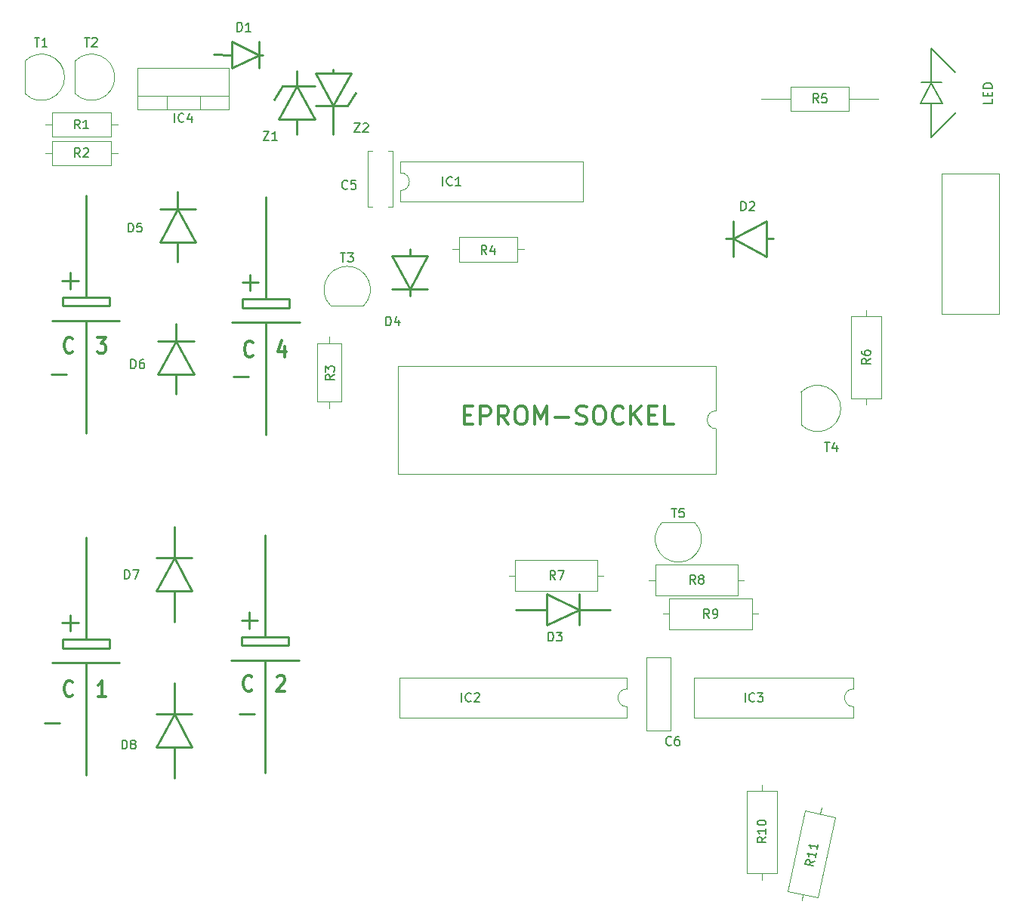
<source format=gbr>
%TF.GenerationSoftware,KiCad,Pcbnew,7.0.7*%
%TF.CreationDate,2024-05-12T11:23:56+02:00*%
%TF.ProjectId,Projekt,50726f6a-656b-4742-9e6b-696361645f70,rev?*%
%TF.SameCoordinates,Original*%
%TF.FileFunction,Legend,Top*%
%TF.FilePolarity,Positive*%
%FSLAX46Y46*%
G04 Gerber Fmt 4.6, Leading zero omitted, Abs format (unit mm)*
G04 Created by KiCad (PCBNEW 7.0.7) date 2024-05-12 11:23:56*
%MOMM*%
%LPD*%
G01*
G04 APERTURE LIST*
%ADD10C,0.250000*%
%ADD11C,0.150000*%
%ADD12C,0.300000*%
%ADD13C,0.120000*%
%ADD14C,0.200000*%
G04 APERTURE END LIST*
D10*
X25900000Y-40900000D02*
X27600000Y-40900000D01*
X5500000Y-40600000D02*
X7200000Y-40600000D01*
X26600000Y-78700000D02*
X28300000Y-78700000D01*
X4800000Y-79700000D02*
X6500000Y-79700000D01*
D11*
X61261905Y-70554819D02*
X61261905Y-69554819D01*
X61261905Y-69554819D02*
X61500000Y-69554819D01*
X61500000Y-69554819D02*
X61642857Y-69602438D01*
X61642857Y-69602438D02*
X61738095Y-69697676D01*
X61738095Y-69697676D02*
X61785714Y-69792914D01*
X61785714Y-69792914D02*
X61833333Y-69983390D01*
X61833333Y-69983390D02*
X61833333Y-70126247D01*
X61833333Y-70126247D02*
X61785714Y-70316723D01*
X61785714Y-70316723D02*
X61738095Y-70411961D01*
X61738095Y-70411961D02*
X61642857Y-70507200D01*
X61642857Y-70507200D02*
X61500000Y-70554819D01*
X61500000Y-70554819D02*
X61261905Y-70554819D01*
X62166667Y-69554819D02*
X62785714Y-69554819D01*
X62785714Y-69554819D02*
X62452381Y-69935771D01*
X62452381Y-69935771D02*
X62595238Y-69935771D01*
X62595238Y-69935771D02*
X62690476Y-69983390D01*
X62690476Y-69983390D02*
X62738095Y-70031009D01*
X62738095Y-70031009D02*
X62785714Y-70126247D01*
X62785714Y-70126247D02*
X62785714Y-70364342D01*
X62785714Y-70364342D02*
X62738095Y-70459580D01*
X62738095Y-70459580D02*
X62690476Y-70507200D01*
X62690476Y-70507200D02*
X62595238Y-70554819D01*
X62595238Y-70554819D02*
X62309524Y-70554819D01*
X62309524Y-70554819D02*
X62214286Y-70507200D01*
X62214286Y-70507200D02*
X62166667Y-70459580D01*
X26361905Y-2154819D02*
X26361905Y-1154819D01*
X26361905Y-1154819D02*
X26600000Y-1154819D01*
X26600000Y-1154819D02*
X26742857Y-1202438D01*
X26742857Y-1202438D02*
X26838095Y-1297676D01*
X26838095Y-1297676D02*
X26885714Y-1392914D01*
X26885714Y-1392914D02*
X26933333Y-1583390D01*
X26933333Y-1583390D02*
X26933333Y-1726247D01*
X26933333Y-1726247D02*
X26885714Y-1916723D01*
X26885714Y-1916723D02*
X26838095Y-2011961D01*
X26838095Y-2011961D02*
X26742857Y-2107200D01*
X26742857Y-2107200D02*
X26600000Y-2154819D01*
X26600000Y-2154819D02*
X26361905Y-2154819D01*
X27885714Y-2154819D02*
X27314286Y-2154819D01*
X27600000Y-2154819D02*
X27600000Y-1154819D01*
X27600000Y-1154819D02*
X27504762Y-1297676D01*
X27504762Y-1297676D02*
X27409524Y-1392914D01*
X27409524Y-1392914D02*
X27314286Y-1440533D01*
X39490476Y-12454819D02*
X40157142Y-12454819D01*
X40157142Y-12454819D02*
X39490476Y-13454819D01*
X39490476Y-13454819D02*
X40157142Y-13454819D01*
X40490476Y-12550057D02*
X40538095Y-12502438D01*
X40538095Y-12502438D02*
X40633333Y-12454819D01*
X40633333Y-12454819D02*
X40871428Y-12454819D01*
X40871428Y-12454819D02*
X40966666Y-12502438D01*
X40966666Y-12502438D02*
X41014285Y-12550057D01*
X41014285Y-12550057D02*
X41061904Y-12645295D01*
X41061904Y-12645295D02*
X41061904Y-12740533D01*
X41061904Y-12740533D02*
X41014285Y-12883390D01*
X41014285Y-12883390D02*
X40442857Y-13454819D01*
X40442857Y-13454819D02*
X41061904Y-13454819D01*
X29290476Y-13354819D02*
X29957142Y-13354819D01*
X29957142Y-13354819D02*
X29290476Y-14354819D01*
X29290476Y-14354819D02*
X29957142Y-14354819D01*
X30861904Y-14354819D02*
X30290476Y-14354819D01*
X30576190Y-14354819D02*
X30576190Y-13354819D01*
X30576190Y-13354819D02*
X30480952Y-13497676D01*
X30480952Y-13497676D02*
X30385714Y-13592914D01*
X30385714Y-13592914D02*
X30290476Y-13640533D01*
X14461905Y-39954819D02*
X14461905Y-38954819D01*
X14461905Y-38954819D02*
X14700000Y-38954819D01*
X14700000Y-38954819D02*
X14842857Y-39002438D01*
X14842857Y-39002438D02*
X14938095Y-39097676D01*
X14938095Y-39097676D02*
X14985714Y-39192914D01*
X14985714Y-39192914D02*
X15033333Y-39383390D01*
X15033333Y-39383390D02*
X15033333Y-39526247D01*
X15033333Y-39526247D02*
X14985714Y-39716723D01*
X14985714Y-39716723D02*
X14938095Y-39811961D01*
X14938095Y-39811961D02*
X14842857Y-39907200D01*
X14842857Y-39907200D02*
X14700000Y-39954819D01*
X14700000Y-39954819D02*
X14461905Y-39954819D01*
X15890476Y-38954819D02*
X15700000Y-38954819D01*
X15700000Y-38954819D02*
X15604762Y-39002438D01*
X15604762Y-39002438D02*
X15557143Y-39050057D01*
X15557143Y-39050057D02*
X15461905Y-39192914D01*
X15461905Y-39192914D02*
X15414286Y-39383390D01*
X15414286Y-39383390D02*
X15414286Y-39764342D01*
X15414286Y-39764342D02*
X15461905Y-39859580D01*
X15461905Y-39859580D02*
X15509524Y-39907200D01*
X15509524Y-39907200D02*
X15604762Y-39954819D01*
X15604762Y-39954819D02*
X15795238Y-39954819D01*
X15795238Y-39954819D02*
X15890476Y-39907200D01*
X15890476Y-39907200D02*
X15938095Y-39859580D01*
X15938095Y-39859580D02*
X15985714Y-39764342D01*
X15985714Y-39764342D02*
X15985714Y-39526247D01*
X15985714Y-39526247D02*
X15938095Y-39431009D01*
X15938095Y-39431009D02*
X15890476Y-39383390D01*
X15890476Y-39383390D02*
X15795238Y-39335771D01*
X15795238Y-39335771D02*
X15604762Y-39335771D01*
X15604762Y-39335771D02*
X15509524Y-39383390D01*
X15509524Y-39383390D02*
X15461905Y-39431009D01*
X15461905Y-39431009D02*
X15414286Y-39526247D01*
X14161905Y-24654819D02*
X14161905Y-23654819D01*
X14161905Y-23654819D02*
X14400000Y-23654819D01*
X14400000Y-23654819D02*
X14542857Y-23702438D01*
X14542857Y-23702438D02*
X14638095Y-23797676D01*
X14638095Y-23797676D02*
X14685714Y-23892914D01*
X14685714Y-23892914D02*
X14733333Y-24083390D01*
X14733333Y-24083390D02*
X14733333Y-24226247D01*
X14733333Y-24226247D02*
X14685714Y-24416723D01*
X14685714Y-24416723D02*
X14638095Y-24511961D01*
X14638095Y-24511961D02*
X14542857Y-24607200D01*
X14542857Y-24607200D02*
X14400000Y-24654819D01*
X14400000Y-24654819D02*
X14161905Y-24654819D01*
X15638095Y-23654819D02*
X15161905Y-23654819D01*
X15161905Y-23654819D02*
X15114286Y-24131009D01*
X15114286Y-24131009D02*
X15161905Y-24083390D01*
X15161905Y-24083390D02*
X15257143Y-24035771D01*
X15257143Y-24035771D02*
X15495238Y-24035771D01*
X15495238Y-24035771D02*
X15590476Y-24083390D01*
X15590476Y-24083390D02*
X15638095Y-24131009D01*
X15638095Y-24131009D02*
X15685714Y-24226247D01*
X15685714Y-24226247D02*
X15685714Y-24464342D01*
X15685714Y-24464342D02*
X15638095Y-24559580D01*
X15638095Y-24559580D02*
X15590476Y-24607200D01*
X15590476Y-24607200D02*
X15495238Y-24654819D01*
X15495238Y-24654819D02*
X15257143Y-24654819D01*
X15257143Y-24654819D02*
X15161905Y-24607200D01*
X15161905Y-24607200D02*
X15114286Y-24559580D01*
X13761905Y-63554819D02*
X13761905Y-62554819D01*
X13761905Y-62554819D02*
X14000000Y-62554819D01*
X14000000Y-62554819D02*
X14142857Y-62602438D01*
X14142857Y-62602438D02*
X14238095Y-62697676D01*
X14238095Y-62697676D02*
X14285714Y-62792914D01*
X14285714Y-62792914D02*
X14333333Y-62983390D01*
X14333333Y-62983390D02*
X14333333Y-63126247D01*
X14333333Y-63126247D02*
X14285714Y-63316723D01*
X14285714Y-63316723D02*
X14238095Y-63411961D01*
X14238095Y-63411961D02*
X14142857Y-63507200D01*
X14142857Y-63507200D02*
X14000000Y-63554819D01*
X14000000Y-63554819D02*
X13761905Y-63554819D01*
X14666667Y-62554819D02*
X15333333Y-62554819D01*
X15333333Y-62554819D02*
X14904762Y-63554819D01*
X43061905Y-35154819D02*
X43061905Y-34154819D01*
X43061905Y-34154819D02*
X43300000Y-34154819D01*
X43300000Y-34154819D02*
X43442857Y-34202438D01*
X43442857Y-34202438D02*
X43538095Y-34297676D01*
X43538095Y-34297676D02*
X43585714Y-34392914D01*
X43585714Y-34392914D02*
X43633333Y-34583390D01*
X43633333Y-34583390D02*
X43633333Y-34726247D01*
X43633333Y-34726247D02*
X43585714Y-34916723D01*
X43585714Y-34916723D02*
X43538095Y-35011961D01*
X43538095Y-35011961D02*
X43442857Y-35107200D01*
X43442857Y-35107200D02*
X43300000Y-35154819D01*
X43300000Y-35154819D02*
X43061905Y-35154819D01*
X44490476Y-34488152D02*
X44490476Y-35154819D01*
X44252381Y-34107200D02*
X44014286Y-34821485D01*
X44014286Y-34821485D02*
X44633333Y-34821485D01*
X82861905Y-22254819D02*
X82861905Y-21254819D01*
X82861905Y-21254819D02*
X83100000Y-21254819D01*
X83100000Y-21254819D02*
X83242857Y-21302438D01*
X83242857Y-21302438D02*
X83338095Y-21397676D01*
X83338095Y-21397676D02*
X83385714Y-21492914D01*
X83385714Y-21492914D02*
X83433333Y-21683390D01*
X83433333Y-21683390D02*
X83433333Y-21826247D01*
X83433333Y-21826247D02*
X83385714Y-22016723D01*
X83385714Y-22016723D02*
X83338095Y-22111961D01*
X83338095Y-22111961D02*
X83242857Y-22207200D01*
X83242857Y-22207200D02*
X83100000Y-22254819D01*
X83100000Y-22254819D02*
X82861905Y-22254819D01*
X83814286Y-21350057D02*
X83861905Y-21302438D01*
X83861905Y-21302438D02*
X83957143Y-21254819D01*
X83957143Y-21254819D02*
X84195238Y-21254819D01*
X84195238Y-21254819D02*
X84290476Y-21302438D01*
X84290476Y-21302438D02*
X84338095Y-21350057D01*
X84338095Y-21350057D02*
X84385714Y-21445295D01*
X84385714Y-21445295D02*
X84385714Y-21540533D01*
X84385714Y-21540533D02*
X84338095Y-21683390D01*
X84338095Y-21683390D02*
X83766667Y-22254819D01*
X83766667Y-22254819D02*
X84385714Y-22254819D01*
X13461905Y-82654819D02*
X13461905Y-81654819D01*
X13461905Y-81654819D02*
X13700000Y-81654819D01*
X13700000Y-81654819D02*
X13842857Y-81702438D01*
X13842857Y-81702438D02*
X13938095Y-81797676D01*
X13938095Y-81797676D02*
X13985714Y-81892914D01*
X13985714Y-81892914D02*
X14033333Y-82083390D01*
X14033333Y-82083390D02*
X14033333Y-82226247D01*
X14033333Y-82226247D02*
X13985714Y-82416723D01*
X13985714Y-82416723D02*
X13938095Y-82511961D01*
X13938095Y-82511961D02*
X13842857Y-82607200D01*
X13842857Y-82607200D02*
X13700000Y-82654819D01*
X13700000Y-82654819D02*
X13461905Y-82654819D01*
X14604762Y-82083390D02*
X14509524Y-82035771D01*
X14509524Y-82035771D02*
X14461905Y-81988152D01*
X14461905Y-81988152D02*
X14414286Y-81892914D01*
X14414286Y-81892914D02*
X14414286Y-81845295D01*
X14414286Y-81845295D02*
X14461905Y-81750057D01*
X14461905Y-81750057D02*
X14509524Y-81702438D01*
X14509524Y-81702438D02*
X14604762Y-81654819D01*
X14604762Y-81654819D02*
X14795238Y-81654819D01*
X14795238Y-81654819D02*
X14890476Y-81702438D01*
X14890476Y-81702438D02*
X14938095Y-81750057D01*
X14938095Y-81750057D02*
X14985714Y-81845295D01*
X14985714Y-81845295D02*
X14985714Y-81892914D01*
X14985714Y-81892914D02*
X14938095Y-81988152D01*
X14938095Y-81988152D02*
X14890476Y-82035771D01*
X14890476Y-82035771D02*
X14795238Y-82083390D01*
X14795238Y-82083390D02*
X14604762Y-82083390D01*
X14604762Y-82083390D02*
X14509524Y-82131009D01*
X14509524Y-82131009D02*
X14461905Y-82178628D01*
X14461905Y-82178628D02*
X14414286Y-82273866D01*
X14414286Y-82273866D02*
X14414286Y-82464342D01*
X14414286Y-82464342D02*
X14461905Y-82559580D01*
X14461905Y-82559580D02*
X14509524Y-82607200D01*
X14509524Y-82607200D02*
X14604762Y-82654819D01*
X14604762Y-82654819D02*
X14795238Y-82654819D01*
X14795238Y-82654819D02*
X14890476Y-82607200D01*
X14890476Y-82607200D02*
X14938095Y-82559580D01*
X14938095Y-82559580D02*
X14985714Y-82464342D01*
X14985714Y-82464342D02*
X14985714Y-82273866D01*
X14985714Y-82273866D02*
X14938095Y-82178628D01*
X14938095Y-82178628D02*
X14890476Y-82131009D01*
X14890476Y-82131009D02*
X14795238Y-82083390D01*
D12*
X7907143Y-76645685D02*
X7835715Y-76731400D01*
X7835715Y-76731400D02*
X7621429Y-76817114D01*
X7621429Y-76817114D02*
X7478572Y-76817114D01*
X7478572Y-76817114D02*
X7264286Y-76731400D01*
X7264286Y-76731400D02*
X7121429Y-76559971D01*
X7121429Y-76559971D02*
X7050000Y-76388542D01*
X7050000Y-76388542D02*
X6978572Y-76045685D01*
X6978572Y-76045685D02*
X6978572Y-75788542D01*
X6978572Y-75788542D02*
X7050000Y-75445685D01*
X7050000Y-75445685D02*
X7121429Y-75274257D01*
X7121429Y-75274257D02*
X7264286Y-75102828D01*
X7264286Y-75102828D02*
X7478572Y-75017114D01*
X7478572Y-75017114D02*
X7621429Y-75017114D01*
X7621429Y-75017114D02*
X7835715Y-75102828D01*
X7835715Y-75102828D02*
X7907143Y-75188542D01*
X11621429Y-76817114D02*
X10764286Y-76817114D01*
X11192857Y-76817114D02*
X11192857Y-75017114D01*
X11192857Y-75017114D02*
X11050000Y-75274257D01*
X11050000Y-75274257D02*
X10907143Y-75445685D01*
X10907143Y-75445685D02*
X10764286Y-75531400D01*
X28107143Y-38545685D02*
X28035715Y-38631400D01*
X28035715Y-38631400D02*
X27821429Y-38717114D01*
X27821429Y-38717114D02*
X27678572Y-38717114D01*
X27678572Y-38717114D02*
X27464286Y-38631400D01*
X27464286Y-38631400D02*
X27321429Y-38459971D01*
X27321429Y-38459971D02*
X27250000Y-38288542D01*
X27250000Y-38288542D02*
X27178572Y-37945685D01*
X27178572Y-37945685D02*
X27178572Y-37688542D01*
X27178572Y-37688542D02*
X27250000Y-37345685D01*
X27250000Y-37345685D02*
X27321429Y-37174257D01*
X27321429Y-37174257D02*
X27464286Y-37002828D01*
X27464286Y-37002828D02*
X27678572Y-36917114D01*
X27678572Y-36917114D02*
X27821429Y-36917114D01*
X27821429Y-36917114D02*
X28035715Y-37002828D01*
X28035715Y-37002828D02*
X28107143Y-37088542D01*
X31678572Y-37517114D02*
X31678572Y-38717114D01*
X31321429Y-36831400D02*
X30964286Y-38117114D01*
X30964286Y-38117114D02*
X31892857Y-38117114D01*
X7907143Y-38085685D02*
X7835715Y-38171400D01*
X7835715Y-38171400D02*
X7621429Y-38257114D01*
X7621429Y-38257114D02*
X7478572Y-38257114D01*
X7478572Y-38257114D02*
X7264286Y-38171400D01*
X7264286Y-38171400D02*
X7121429Y-37999971D01*
X7121429Y-37999971D02*
X7050000Y-37828542D01*
X7050000Y-37828542D02*
X6978572Y-37485685D01*
X6978572Y-37485685D02*
X6978572Y-37228542D01*
X6978572Y-37228542D02*
X7050000Y-36885685D01*
X7050000Y-36885685D02*
X7121429Y-36714257D01*
X7121429Y-36714257D02*
X7264286Y-36542828D01*
X7264286Y-36542828D02*
X7478572Y-36457114D01*
X7478572Y-36457114D02*
X7621429Y-36457114D01*
X7621429Y-36457114D02*
X7835715Y-36542828D01*
X7835715Y-36542828D02*
X7907143Y-36628542D01*
X10692857Y-36457114D02*
X11621429Y-36457114D01*
X11621429Y-36457114D02*
X11121429Y-37142828D01*
X11121429Y-37142828D02*
X11335714Y-37142828D01*
X11335714Y-37142828D02*
X11478572Y-37228542D01*
X11478572Y-37228542D02*
X11550000Y-37314257D01*
X11550000Y-37314257D02*
X11621429Y-37485685D01*
X11621429Y-37485685D02*
X11621429Y-37914257D01*
X11621429Y-37914257D02*
X11550000Y-38085685D01*
X11550000Y-38085685D02*
X11478572Y-38171400D01*
X11478572Y-38171400D02*
X11335714Y-38257114D01*
X11335714Y-38257114D02*
X10907143Y-38257114D01*
X10907143Y-38257114D02*
X10764286Y-38171400D01*
X10764286Y-38171400D02*
X10692857Y-38085685D01*
X28007143Y-76045685D02*
X27935715Y-76131400D01*
X27935715Y-76131400D02*
X27721429Y-76217114D01*
X27721429Y-76217114D02*
X27578572Y-76217114D01*
X27578572Y-76217114D02*
X27364286Y-76131400D01*
X27364286Y-76131400D02*
X27221429Y-75959971D01*
X27221429Y-75959971D02*
X27150000Y-75788542D01*
X27150000Y-75788542D02*
X27078572Y-75445685D01*
X27078572Y-75445685D02*
X27078572Y-75188542D01*
X27078572Y-75188542D02*
X27150000Y-74845685D01*
X27150000Y-74845685D02*
X27221429Y-74674257D01*
X27221429Y-74674257D02*
X27364286Y-74502828D01*
X27364286Y-74502828D02*
X27578572Y-74417114D01*
X27578572Y-74417114D02*
X27721429Y-74417114D01*
X27721429Y-74417114D02*
X27935715Y-74502828D01*
X27935715Y-74502828D02*
X28007143Y-74588542D01*
X30864286Y-74588542D02*
X30935714Y-74502828D01*
X30935714Y-74502828D02*
X31078572Y-74417114D01*
X31078572Y-74417114D02*
X31435714Y-74417114D01*
X31435714Y-74417114D02*
X31578572Y-74502828D01*
X31578572Y-74502828D02*
X31650000Y-74588542D01*
X31650000Y-74588542D02*
X31721429Y-74759971D01*
X31721429Y-74759971D02*
X31721429Y-74931400D01*
X31721429Y-74931400D02*
X31650000Y-75188542D01*
X31650000Y-75188542D02*
X30792857Y-76217114D01*
X30792857Y-76217114D02*
X31721429Y-76217114D01*
D11*
X111014819Y-9737857D02*
X111014819Y-10214047D01*
X111014819Y-10214047D02*
X110014819Y-10214047D01*
X110491009Y-9404523D02*
X110491009Y-9071190D01*
X111014819Y-8928333D02*
X111014819Y-9404523D01*
X111014819Y-9404523D02*
X110014819Y-9404523D01*
X110014819Y-9404523D02*
X110014819Y-8928333D01*
X111014819Y-8499761D02*
X110014819Y-8499761D01*
X110014819Y-8499761D02*
X110014819Y-8261666D01*
X110014819Y-8261666D02*
X110062438Y-8118809D01*
X110062438Y-8118809D02*
X110157676Y-8023571D01*
X110157676Y-8023571D02*
X110252914Y-7975952D01*
X110252914Y-7975952D02*
X110443390Y-7928333D01*
X110443390Y-7928333D02*
X110586247Y-7928333D01*
X110586247Y-7928333D02*
X110776723Y-7975952D01*
X110776723Y-7975952D02*
X110871961Y-8023571D01*
X110871961Y-8023571D02*
X110967200Y-8118809D01*
X110967200Y-8118809D02*
X111014819Y-8261666D01*
X111014819Y-8261666D02*
X111014819Y-8499761D01*
X75068095Y-55654819D02*
X75639523Y-55654819D01*
X75353809Y-56654819D02*
X75353809Y-55654819D01*
X76449047Y-55654819D02*
X75972857Y-55654819D01*
X75972857Y-55654819D02*
X75925238Y-56131009D01*
X75925238Y-56131009D02*
X75972857Y-56083390D01*
X75972857Y-56083390D02*
X76068095Y-56035771D01*
X76068095Y-56035771D02*
X76306190Y-56035771D01*
X76306190Y-56035771D02*
X76401428Y-56083390D01*
X76401428Y-56083390D02*
X76449047Y-56131009D01*
X76449047Y-56131009D02*
X76496666Y-56226247D01*
X76496666Y-56226247D02*
X76496666Y-56464342D01*
X76496666Y-56464342D02*
X76449047Y-56559580D01*
X76449047Y-56559580D02*
X76401428Y-56607200D01*
X76401428Y-56607200D02*
X76306190Y-56654819D01*
X76306190Y-56654819D02*
X76068095Y-56654819D01*
X76068095Y-56654819D02*
X75972857Y-56607200D01*
X75972857Y-56607200D02*
X75925238Y-56559580D01*
X49423810Y-19454819D02*
X49423810Y-18454819D01*
X50471428Y-19359580D02*
X50423809Y-19407200D01*
X50423809Y-19407200D02*
X50280952Y-19454819D01*
X50280952Y-19454819D02*
X50185714Y-19454819D01*
X50185714Y-19454819D02*
X50042857Y-19407200D01*
X50042857Y-19407200D02*
X49947619Y-19311961D01*
X49947619Y-19311961D02*
X49900000Y-19216723D01*
X49900000Y-19216723D02*
X49852381Y-19026247D01*
X49852381Y-19026247D02*
X49852381Y-18883390D01*
X49852381Y-18883390D02*
X49900000Y-18692914D01*
X49900000Y-18692914D02*
X49947619Y-18597676D01*
X49947619Y-18597676D02*
X50042857Y-18502438D01*
X50042857Y-18502438D02*
X50185714Y-18454819D01*
X50185714Y-18454819D02*
X50280952Y-18454819D01*
X50280952Y-18454819D02*
X50423809Y-18502438D01*
X50423809Y-18502438D02*
X50471428Y-18550057D01*
X51423809Y-19454819D02*
X50852381Y-19454819D01*
X51138095Y-19454819D02*
X51138095Y-18454819D01*
X51138095Y-18454819D02*
X51042857Y-18597676D01*
X51042857Y-18597676D02*
X50947619Y-18692914D01*
X50947619Y-18692914D02*
X50852381Y-18740533D01*
X9238095Y-2854819D02*
X9809523Y-2854819D01*
X9523809Y-3854819D02*
X9523809Y-2854819D01*
X10095238Y-2950057D02*
X10142857Y-2902438D01*
X10142857Y-2902438D02*
X10238095Y-2854819D01*
X10238095Y-2854819D02*
X10476190Y-2854819D01*
X10476190Y-2854819D02*
X10571428Y-2902438D01*
X10571428Y-2902438D02*
X10619047Y-2950057D01*
X10619047Y-2950057D02*
X10666666Y-3045295D01*
X10666666Y-3045295D02*
X10666666Y-3140533D01*
X10666666Y-3140533D02*
X10619047Y-3283390D01*
X10619047Y-3283390D02*
X10047619Y-3854819D01*
X10047619Y-3854819D02*
X10666666Y-3854819D01*
X62033333Y-63654819D02*
X61700000Y-63178628D01*
X61461905Y-63654819D02*
X61461905Y-62654819D01*
X61461905Y-62654819D02*
X61842857Y-62654819D01*
X61842857Y-62654819D02*
X61938095Y-62702438D01*
X61938095Y-62702438D02*
X61985714Y-62750057D01*
X61985714Y-62750057D02*
X62033333Y-62845295D01*
X62033333Y-62845295D02*
X62033333Y-62988152D01*
X62033333Y-62988152D02*
X61985714Y-63083390D01*
X61985714Y-63083390D02*
X61938095Y-63131009D01*
X61938095Y-63131009D02*
X61842857Y-63178628D01*
X61842857Y-63178628D02*
X61461905Y-63178628D01*
X62366667Y-62654819D02*
X63033333Y-62654819D01*
X63033333Y-62654819D02*
X62604762Y-63654819D01*
X8733333Y-13054819D02*
X8400000Y-12578628D01*
X8161905Y-13054819D02*
X8161905Y-12054819D01*
X8161905Y-12054819D02*
X8542857Y-12054819D01*
X8542857Y-12054819D02*
X8638095Y-12102438D01*
X8638095Y-12102438D02*
X8685714Y-12150057D01*
X8685714Y-12150057D02*
X8733333Y-12245295D01*
X8733333Y-12245295D02*
X8733333Y-12388152D01*
X8733333Y-12388152D02*
X8685714Y-12483390D01*
X8685714Y-12483390D02*
X8638095Y-12531009D01*
X8638095Y-12531009D02*
X8542857Y-12578628D01*
X8542857Y-12578628D02*
X8161905Y-12578628D01*
X9685714Y-13054819D02*
X9114286Y-13054819D01*
X9400000Y-13054819D02*
X9400000Y-12054819D01*
X9400000Y-12054819D02*
X9304762Y-12197676D01*
X9304762Y-12197676D02*
X9209524Y-12292914D01*
X9209524Y-12292914D02*
X9114286Y-12340533D01*
X77733333Y-64154819D02*
X77400000Y-63678628D01*
X77161905Y-64154819D02*
X77161905Y-63154819D01*
X77161905Y-63154819D02*
X77542857Y-63154819D01*
X77542857Y-63154819D02*
X77638095Y-63202438D01*
X77638095Y-63202438D02*
X77685714Y-63250057D01*
X77685714Y-63250057D02*
X77733333Y-63345295D01*
X77733333Y-63345295D02*
X77733333Y-63488152D01*
X77733333Y-63488152D02*
X77685714Y-63583390D01*
X77685714Y-63583390D02*
X77638095Y-63631009D01*
X77638095Y-63631009D02*
X77542857Y-63678628D01*
X77542857Y-63678628D02*
X77161905Y-63678628D01*
X78304762Y-63583390D02*
X78209524Y-63535771D01*
X78209524Y-63535771D02*
X78161905Y-63488152D01*
X78161905Y-63488152D02*
X78114286Y-63392914D01*
X78114286Y-63392914D02*
X78114286Y-63345295D01*
X78114286Y-63345295D02*
X78161905Y-63250057D01*
X78161905Y-63250057D02*
X78209524Y-63202438D01*
X78209524Y-63202438D02*
X78304762Y-63154819D01*
X78304762Y-63154819D02*
X78495238Y-63154819D01*
X78495238Y-63154819D02*
X78590476Y-63202438D01*
X78590476Y-63202438D02*
X78638095Y-63250057D01*
X78638095Y-63250057D02*
X78685714Y-63345295D01*
X78685714Y-63345295D02*
X78685714Y-63392914D01*
X78685714Y-63392914D02*
X78638095Y-63488152D01*
X78638095Y-63488152D02*
X78590476Y-63535771D01*
X78590476Y-63535771D02*
X78495238Y-63583390D01*
X78495238Y-63583390D02*
X78304762Y-63583390D01*
X78304762Y-63583390D02*
X78209524Y-63631009D01*
X78209524Y-63631009D02*
X78161905Y-63678628D01*
X78161905Y-63678628D02*
X78114286Y-63773866D01*
X78114286Y-63773866D02*
X78114286Y-63964342D01*
X78114286Y-63964342D02*
X78161905Y-64059580D01*
X78161905Y-64059580D02*
X78209524Y-64107200D01*
X78209524Y-64107200D02*
X78304762Y-64154819D01*
X78304762Y-64154819D02*
X78495238Y-64154819D01*
X78495238Y-64154819D02*
X78590476Y-64107200D01*
X78590476Y-64107200D02*
X78638095Y-64059580D01*
X78638095Y-64059580D02*
X78685714Y-63964342D01*
X78685714Y-63964342D02*
X78685714Y-63773866D01*
X78685714Y-63773866D02*
X78638095Y-63678628D01*
X78638095Y-63678628D02*
X78590476Y-63631009D01*
X78590476Y-63631009D02*
X78495238Y-63583390D01*
X97354819Y-38866666D02*
X96878628Y-39199999D01*
X97354819Y-39438094D02*
X96354819Y-39438094D01*
X96354819Y-39438094D02*
X96354819Y-39057142D01*
X96354819Y-39057142D02*
X96402438Y-38961904D01*
X96402438Y-38961904D02*
X96450057Y-38914285D01*
X96450057Y-38914285D02*
X96545295Y-38866666D01*
X96545295Y-38866666D02*
X96688152Y-38866666D01*
X96688152Y-38866666D02*
X96783390Y-38914285D01*
X96783390Y-38914285D02*
X96831009Y-38961904D01*
X96831009Y-38961904D02*
X96878628Y-39057142D01*
X96878628Y-39057142D02*
X96878628Y-39438094D01*
X96354819Y-38009523D02*
X96354819Y-38199999D01*
X96354819Y-38199999D02*
X96402438Y-38295237D01*
X96402438Y-38295237D02*
X96450057Y-38342856D01*
X96450057Y-38342856D02*
X96592914Y-38438094D01*
X96592914Y-38438094D02*
X96783390Y-38485713D01*
X96783390Y-38485713D02*
X97164342Y-38485713D01*
X97164342Y-38485713D02*
X97259580Y-38438094D01*
X97259580Y-38438094D02*
X97307200Y-38390475D01*
X97307200Y-38390475D02*
X97354819Y-38295237D01*
X97354819Y-38295237D02*
X97354819Y-38104761D01*
X97354819Y-38104761D02*
X97307200Y-38009523D01*
X97307200Y-38009523D02*
X97259580Y-37961904D01*
X97259580Y-37961904D02*
X97164342Y-37914285D01*
X97164342Y-37914285D02*
X96926247Y-37914285D01*
X96926247Y-37914285D02*
X96831009Y-37961904D01*
X96831009Y-37961904D02*
X96783390Y-38009523D01*
X96783390Y-38009523D02*
X96735771Y-38104761D01*
X96735771Y-38104761D02*
X96735771Y-38295237D01*
X96735771Y-38295237D02*
X96783390Y-38390475D01*
X96783390Y-38390475D02*
X96831009Y-38438094D01*
X96831009Y-38438094D02*
X96926247Y-38485713D01*
X91111222Y-95223371D02*
X90576134Y-95450415D01*
X90992415Y-95782312D02*
X90014268Y-95574401D01*
X90014268Y-95574401D02*
X90093472Y-95201773D01*
X90093472Y-95201773D02*
X90159852Y-95118517D01*
X90159852Y-95118517D02*
X90216331Y-95081839D01*
X90216331Y-95081839D02*
X90319388Y-95055061D01*
X90319388Y-95055061D02*
X90459124Y-95084763D01*
X90459124Y-95084763D02*
X90542380Y-95151143D01*
X90542380Y-95151143D02*
X90579058Y-95207622D01*
X90579058Y-95207622D02*
X90605835Y-95310679D01*
X90605835Y-95310679D02*
X90526631Y-95683307D01*
X91309233Y-94291802D02*
X91190427Y-94850743D01*
X91249830Y-94571273D02*
X90271682Y-94363361D01*
X90271682Y-94363361D02*
X90391617Y-94486219D01*
X90391617Y-94486219D02*
X90464972Y-94599177D01*
X90464972Y-94599177D02*
X90491750Y-94702235D01*
X91507244Y-93360233D02*
X91388438Y-93919174D01*
X91447841Y-93639703D02*
X90469693Y-93431792D01*
X90469693Y-93431792D02*
X90589628Y-93554650D01*
X90589628Y-93554650D02*
X90662984Y-93667608D01*
X90662984Y-93667608D02*
X90689761Y-93770666D01*
D12*
X51828571Y-45162019D02*
X52495238Y-45162019D01*
X52780952Y-46209638D02*
X51828571Y-46209638D01*
X51828571Y-46209638D02*
X51828571Y-44209638D01*
X51828571Y-44209638D02*
X52780952Y-44209638D01*
X53638095Y-46209638D02*
X53638095Y-44209638D01*
X53638095Y-44209638D02*
X54400000Y-44209638D01*
X54400000Y-44209638D02*
X54590476Y-44304876D01*
X54590476Y-44304876D02*
X54685714Y-44400114D01*
X54685714Y-44400114D02*
X54780952Y-44590590D01*
X54780952Y-44590590D02*
X54780952Y-44876304D01*
X54780952Y-44876304D02*
X54685714Y-45066780D01*
X54685714Y-45066780D02*
X54590476Y-45162019D01*
X54590476Y-45162019D02*
X54400000Y-45257257D01*
X54400000Y-45257257D02*
X53638095Y-45257257D01*
X56780952Y-46209638D02*
X56114285Y-45257257D01*
X55638095Y-46209638D02*
X55638095Y-44209638D01*
X55638095Y-44209638D02*
X56400000Y-44209638D01*
X56400000Y-44209638D02*
X56590476Y-44304876D01*
X56590476Y-44304876D02*
X56685714Y-44400114D01*
X56685714Y-44400114D02*
X56780952Y-44590590D01*
X56780952Y-44590590D02*
X56780952Y-44876304D01*
X56780952Y-44876304D02*
X56685714Y-45066780D01*
X56685714Y-45066780D02*
X56590476Y-45162019D01*
X56590476Y-45162019D02*
X56400000Y-45257257D01*
X56400000Y-45257257D02*
X55638095Y-45257257D01*
X58019047Y-44209638D02*
X58400000Y-44209638D01*
X58400000Y-44209638D02*
X58590476Y-44304876D01*
X58590476Y-44304876D02*
X58780952Y-44495352D01*
X58780952Y-44495352D02*
X58876190Y-44876304D01*
X58876190Y-44876304D02*
X58876190Y-45542971D01*
X58876190Y-45542971D02*
X58780952Y-45923923D01*
X58780952Y-45923923D02*
X58590476Y-46114400D01*
X58590476Y-46114400D02*
X58400000Y-46209638D01*
X58400000Y-46209638D02*
X58019047Y-46209638D01*
X58019047Y-46209638D02*
X57828571Y-46114400D01*
X57828571Y-46114400D02*
X57638095Y-45923923D01*
X57638095Y-45923923D02*
X57542857Y-45542971D01*
X57542857Y-45542971D02*
X57542857Y-44876304D01*
X57542857Y-44876304D02*
X57638095Y-44495352D01*
X57638095Y-44495352D02*
X57828571Y-44304876D01*
X57828571Y-44304876D02*
X58019047Y-44209638D01*
X59733333Y-46209638D02*
X59733333Y-44209638D01*
X59733333Y-44209638D02*
X60400000Y-45638209D01*
X60400000Y-45638209D02*
X61066666Y-44209638D01*
X61066666Y-44209638D02*
X61066666Y-46209638D01*
X62019047Y-45447733D02*
X63542857Y-45447733D01*
X64399999Y-46114400D02*
X64685713Y-46209638D01*
X64685713Y-46209638D02*
X65161904Y-46209638D01*
X65161904Y-46209638D02*
X65352380Y-46114400D01*
X65352380Y-46114400D02*
X65447618Y-46019161D01*
X65447618Y-46019161D02*
X65542856Y-45828685D01*
X65542856Y-45828685D02*
X65542856Y-45638209D01*
X65542856Y-45638209D02*
X65447618Y-45447733D01*
X65447618Y-45447733D02*
X65352380Y-45352495D01*
X65352380Y-45352495D02*
X65161904Y-45257257D01*
X65161904Y-45257257D02*
X64780951Y-45162019D01*
X64780951Y-45162019D02*
X64590475Y-45066780D01*
X64590475Y-45066780D02*
X64495237Y-44971542D01*
X64495237Y-44971542D02*
X64399999Y-44781066D01*
X64399999Y-44781066D02*
X64399999Y-44590590D01*
X64399999Y-44590590D02*
X64495237Y-44400114D01*
X64495237Y-44400114D02*
X64590475Y-44304876D01*
X64590475Y-44304876D02*
X64780951Y-44209638D01*
X64780951Y-44209638D02*
X65257142Y-44209638D01*
X65257142Y-44209638D02*
X65542856Y-44304876D01*
X66780951Y-44209638D02*
X67161904Y-44209638D01*
X67161904Y-44209638D02*
X67352380Y-44304876D01*
X67352380Y-44304876D02*
X67542856Y-44495352D01*
X67542856Y-44495352D02*
X67638094Y-44876304D01*
X67638094Y-44876304D02*
X67638094Y-45542971D01*
X67638094Y-45542971D02*
X67542856Y-45923923D01*
X67542856Y-45923923D02*
X67352380Y-46114400D01*
X67352380Y-46114400D02*
X67161904Y-46209638D01*
X67161904Y-46209638D02*
X66780951Y-46209638D01*
X66780951Y-46209638D02*
X66590475Y-46114400D01*
X66590475Y-46114400D02*
X66399999Y-45923923D01*
X66399999Y-45923923D02*
X66304761Y-45542971D01*
X66304761Y-45542971D02*
X66304761Y-44876304D01*
X66304761Y-44876304D02*
X66399999Y-44495352D01*
X66399999Y-44495352D02*
X66590475Y-44304876D01*
X66590475Y-44304876D02*
X66780951Y-44209638D01*
X69638094Y-46019161D02*
X69542856Y-46114400D01*
X69542856Y-46114400D02*
X69257142Y-46209638D01*
X69257142Y-46209638D02*
X69066666Y-46209638D01*
X69066666Y-46209638D02*
X68780951Y-46114400D01*
X68780951Y-46114400D02*
X68590475Y-45923923D01*
X68590475Y-45923923D02*
X68495237Y-45733447D01*
X68495237Y-45733447D02*
X68399999Y-45352495D01*
X68399999Y-45352495D02*
X68399999Y-45066780D01*
X68399999Y-45066780D02*
X68495237Y-44685828D01*
X68495237Y-44685828D02*
X68590475Y-44495352D01*
X68590475Y-44495352D02*
X68780951Y-44304876D01*
X68780951Y-44304876D02*
X69066666Y-44209638D01*
X69066666Y-44209638D02*
X69257142Y-44209638D01*
X69257142Y-44209638D02*
X69542856Y-44304876D01*
X69542856Y-44304876D02*
X69638094Y-44400114D01*
X70495237Y-46209638D02*
X70495237Y-44209638D01*
X71638094Y-46209638D02*
X70780951Y-45066780D01*
X71638094Y-44209638D02*
X70495237Y-45352495D01*
X72495237Y-45162019D02*
X73161904Y-45162019D01*
X73447618Y-46209638D02*
X72495237Y-46209638D01*
X72495237Y-46209638D02*
X72495237Y-44209638D01*
X72495237Y-44209638D02*
X73447618Y-44209638D01*
X75257142Y-46209638D02*
X74304761Y-46209638D01*
X74304761Y-46209638D02*
X74304761Y-44209638D01*
D11*
X92238095Y-48254819D02*
X92809523Y-48254819D01*
X92523809Y-49254819D02*
X92523809Y-48254819D01*
X93571428Y-48588152D02*
X93571428Y-49254819D01*
X93333333Y-48207200D02*
X93095238Y-48921485D01*
X93095238Y-48921485D02*
X93714285Y-48921485D01*
X83323810Y-77364819D02*
X83323810Y-76364819D01*
X84371428Y-77269580D02*
X84323809Y-77317200D01*
X84323809Y-77317200D02*
X84180952Y-77364819D01*
X84180952Y-77364819D02*
X84085714Y-77364819D01*
X84085714Y-77364819D02*
X83942857Y-77317200D01*
X83942857Y-77317200D02*
X83847619Y-77221961D01*
X83847619Y-77221961D02*
X83800000Y-77126723D01*
X83800000Y-77126723D02*
X83752381Y-76936247D01*
X83752381Y-76936247D02*
X83752381Y-76793390D01*
X83752381Y-76793390D02*
X83800000Y-76602914D01*
X83800000Y-76602914D02*
X83847619Y-76507676D01*
X83847619Y-76507676D02*
X83942857Y-76412438D01*
X83942857Y-76412438D02*
X84085714Y-76364819D01*
X84085714Y-76364819D02*
X84180952Y-76364819D01*
X84180952Y-76364819D02*
X84323809Y-76412438D01*
X84323809Y-76412438D02*
X84371428Y-76460057D01*
X84704762Y-76364819D02*
X85323809Y-76364819D01*
X85323809Y-76364819D02*
X84990476Y-76745771D01*
X84990476Y-76745771D02*
X85133333Y-76745771D01*
X85133333Y-76745771D02*
X85228571Y-76793390D01*
X85228571Y-76793390D02*
X85276190Y-76841009D01*
X85276190Y-76841009D02*
X85323809Y-76936247D01*
X85323809Y-76936247D02*
X85323809Y-77174342D01*
X85323809Y-77174342D02*
X85276190Y-77269580D01*
X85276190Y-77269580D02*
X85228571Y-77317200D01*
X85228571Y-77317200D02*
X85133333Y-77364819D01*
X85133333Y-77364819D02*
X84847619Y-77364819D01*
X84847619Y-77364819D02*
X84752381Y-77317200D01*
X84752381Y-77317200D02*
X84704762Y-77269580D01*
X3638095Y-2854819D02*
X4209523Y-2854819D01*
X3923809Y-3854819D02*
X3923809Y-2854819D01*
X5066666Y-3854819D02*
X4495238Y-3854819D01*
X4780952Y-3854819D02*
X4780952Y-2854819D01*
X4780952Y-2854819D02*
X4685714Y-2997676D01*
X4685714Y-2997676D02*
X4590476Y-3092914D01*
X4590476Y-3092914D02*
X4495238Y-3140533D01*
X75033333Y-82159580D02*
X74985714Y-82207200D01*
X74985714Y-82207200D02*
X74842857Y-82254819D01*
X74842857Y-82254819D02*
X74747619Y-82254819D01*
X74747619Y-82254819D02*
X74604762Y-82207200D01*
X74604762Y-82207200D02*
X74509524Y-82111961D01*
X74509524Y-82111961D02*
X74461905Y-82016723D01*
X74461905Y-82016723D02*
X74414286Y-81826247D01*
X74414286Y-81826247D02*
X74414286Y-81683390D01*
X74414286Y-81683390D02*
X74461905Y-81492914D01*
X74461905Y-81492914D02*
X74509524Y-81397676D01*
X74509524Y-81397676D02*
X74604762Y-81302438D01*
X74604762Y-81302438D02*
X74747619Y-81254819D01*
X74747619Y-81254819D02*
X74842857Y-81254819D01*
X74842857Y-81254819D02*
X74985714Y-81302438D01*
X74985714Y-81302438D02*
X75033333Y-81350057D01*
X75890476Y-81254819D02*
X75700000Y-81254819D01*
X75700000Y-81254819D02*
X75604762Y-81302438D01*
X75604762Y-81302438D02*
X75557143Y-81350057D01*
X75557143Y-81350057D02*
X75461905Y-81492914D01*
X75461905Y-81492914D02*
X75414286Y-81683390D01*
X75414286Y-81683390D02*
X75414286Y-82064342D01*
X75414286Y-82064342D02*
X75461905Y-82159580D01*
X75461905Y-82159580D02*
X75509524Y-82207200D01*
X75509524Y-82207200D02*
X75604762Y-82254819D01*
X75604762Y-82254819D02*
X75795238Y-82254819D01*
X75795238Y-82254819D02*
X75890476Y-82207200D01*
X75890476Y-82207200D02*
X75938095Y-82159580D01*
X75938095Y-82159580D02*
X75985714Y-82064342D01*
X75985714Y-82064342D02*
X75985714Y-81826247D01*
X75985714Y-81826247D02*
X75938095Y-81731009D01*
X75938095Y-81731009D02*
X75890476Y-81683390D01*
X75890476Y-81683390D02*
X75795238Y-81635771D01*
X75795238Y-81635771D02*
X75604762Y-81635771D01*
X75604762Y-81635771D02*
X75509524Y-81683390D01*
X75509524Y-81683390D02*
X75461905Y-81731009D01*
X75461905Y-81731009D02*
X75414286Y-81826247D01*
X79283333Y-67954819D02*
X78950000Y-67478628D01*
X78711905Y-67954819D02*
X78711905Y-66954819D01*
X78711905Y-66954819D02*
X79092857Y-66954819D01*
X79092857Y-66954819D02*
X79188095Y-67002438D01*
X79188095Y-67002438D02*
X79235714Y-67050057D01*
X79235714Y-67050057D02*
X79283333Y-67145295D01*
X79283333Y-67145295D02*
X79283333Y-67288152D01*
X79283333Y-67288152D02*
X79235714Y-67383390D01*
X79235714Y-67383390D02*
X79188095Y-67431009D01*
X79188095Y-67431009D02*
X79092857Y-67478628D01*
X79092857Y-67478628D02*
X78711905Y-67478628D01*
X79759524Y-67954819D02*
X79950000Y-67954819D01*
X79950000Y-67954819D02*
X80045238Y-67907200D01*
X80045238Y-67907200D02*
X80092857Y-67859580D01*
X80092857Y-67859580D02*
X80188095Y-67716723D01*
X80188095Y-67716723D02*
X80235714Y-67526247D01*
X80235714Y-67526247D02*
X80235714Y-67145295D01*
X80235714Y-67145295D02*
X80188095Y-67050057D01*
X80188095Y-67050057D02*
X80140476Y-67002438D01*
X80140476Y-67002438D02*
X80045238Y-66954819D01*
X80045238Y-66954819D02*
X79854762Y-66954819D01*
X79854762Y-66954819D02*
X79759524Y-67002438D01*
X79759524Y-67002438D02*
X79711905Y-67050057D01*
X79711905Y-67050057D02*
X79664286Y-67145295D01*
X79664286Y-67145295D02*
X79664286Y-67383390D01*
X79664286Y-67383390D02*
X79711905Y-67478628D01*
X79711905Y-67478628D02*
X79759524Y-67526247D01*
X79759524Y-67526247D02*
X79854762Y-67573866D01*
X79854762Y-67573866D02*
X80045238Y-67573866D01*
X80045238Y-67573866D02*
X80140476Y-67526247D01*
X80140476Y-67526247D02*
X80188095Y-67478628D01*
X80188095Y-67478628D02*
X80235714Y-67383390D01*
X51523810Y-77364819D02*
X51523810Y-76364819D01*
X52571428Y-77269580D02*
X52523809Y-77317200D01*
X52523809Y-77317200D02*
X52380952Y-77364819D01*
X52380952Y-77364819D02*
X52285714Y-77364819D01*
X52285714Y-77364819D02*
X52142857Y-77317200D01*
X52142857Y-77317200D02*
X52047619Y-77221961D01*
X52047619Y-77221961D02*
X52000000Y-77126723D01*
X52000000Y-77126723D02*
X51952381Y-76936247D01*
X51952381Y-76936247D02*
X51952381Y-76793390D01*
X51952381Y-76793390D02*
X52000000Y-76602914D01*
X52000000Y-76602914D02*
X52047619Y-76507676D01*
X52047619Y-76507676D02*
X52142857Y-76412438D01*
X52142857Y-76412438D02*
X52285714Y-76364819D01*
X52285714Y-76364819D02*
X52380952Y-76364819D01*
X52380952Y-76364819D02*
X52523809Y-76412438D01*
X52523809Y-76412438D02*
X52571428Y-76460057D01*
X52952381Y-76460057D02*
X53000000Y-76412438D01*
X53000000Y-76412438D02*
X53095238Y-76364819D01*
X53095238Y-76364819D02*
X53333333Y-76364819D01*
X53333333Y-76364819D02*
X53428571Y-76412438D01*
X53428571Y-76412438D02*
X53476190Y-76460057D01*
X53476190Y-76460057D02*
X53523809Y-76555295D01*
X53523809Y-76555295D02*
X53523809Y-76650533D01*
X53523809Y-76650533D02*
X53476190Y-76793390D01*
X53476190Y-76793390D02*
X52904762Y-77364819D01*
X52904762Y-77364819D02*
X53523809Y-77364819D01*
X37254819Y-40666666D02*
X36778628Y-40999999D01*
X37254819Y-41238094D02*
X36254819Y-41238094D01*
X36254819Y-41238094D02*
X36254819Y-40857142D01*
X36254819Y-40857142D02*
X36302438Y-40761904D01*
X36302438Y-40761904D02*
X36350057Y-40714285D01*
X36350057Y-40714285D02*
X36445295Y-40666666D01*
X36445295Y-40666666D02*
X36588152Y-40666666D01*
X36588152Y-40666666D02*
X36683390Y-40714285D01*
X36683390Y-40714285D02*
X36731009Y-40761904D01*
X36731009Y-40761904D02*
X36778628Y-40857142D01*
X36778628Y-40857142D02*
X36778628Y-41238094D01*
X36254819Y-40333332D02*
X36254819Y-39714285D01*
X36254819Y-39714285D02*
X36635771Y-40047618D01*
X36635771Y-40047618D02*
X36635771Y-39904761D01*
X36635771Y-39904761D02*
X36683390Y-39809523D01*
X36683390Y-39809523D02*
X36731009Y-39761904D01*
X36731009Y-39761904D02*
X36826247Y-39714285D01*
X36826247Y-39714285D02*
X37064342Y-39714285D01*
X37064342Y-39714285D02*
X37159580Y-39761904D01*
X37159580Y-39761904D02*
X37207200Y-39809523D01*
X37207200Y-39809523D02*
X37254819Y-39904761D01*
X37254819Y-39904761D02*
X37254819Y-40190475D01*
X37254819Y-40190475D02*
X37207200Y-40285713D01*
X37207200Y-40285713D02*
X37159580Y-40333332D01*
X85654819Y-92542857D02*
X85178628Y-92876190D01*
X85654819Y-93114285D02*
X84654819Y-93114285D01*
X84654819Y-93114285D02*
X84654819Y-92733333D01*
X84654819Y-92733333D02*
X84702438Y-92638095D01*
X84702438Y-92638095D02*
X84750057Y-92590476D01*
X84750057Y-92590476D02*
X84845295Y-92542857D01*
X84845295Y-92542857D02*
X84988152Y-92542857D01*
X84988152Y-92542857D02*
X85083390Y-92590476D01*
X85083390Y-92590476D02*
X85131009Y-92638095D01*
X85131009Y-92638095D02*
X85178628Y-92733333D01*
X85178628Y-92733333D02*
X85178628Y-93114285D01*
X85654819Y-91590476D02*
X85654819Y-92161904D01*
X85654819Y-91876190D02*
X84654819Y-91876190D01*
X84654819Y-91876190D02*
X84797676Y-91971428D01*
X84797676Y-91971428D02*
X84892914Y-92066666D01*
X84892914Y-92066666D02*
X84940533Y-92161904D01*
X84654819Y-90971428D02*
X84654819Y-90876190D01*
X84654819Y-90876190D02*
X84702438Y-90780952D01*
X84702438Y-90780952D02*
X84750057Y-90733333D01*
X84750057Y-90733333D02*
X84845295Y-90685714D01*
X84845295Y-90685714D02*
X85035771Y-90638095D01*
X85035771Y-90638095D02*
X85273866Y-90638095D01*
X85273866Y-90638095D02*
X85464342Y-90685714D01*
X85464342Y-90685714D02*
X85559580Y-90733333D01*
X85559580Y-90733333D02*
X85607200Y-90780952D01*
X85607200Y-90780952D02*
X85654819Y-90876190D01*
X85654819Y-90876190D02*
X85654819Y-90971428D01*
X85654819Y-90971428D02*
X85607200Y-91066666D01*
X85607200Y-91066666D02*
X85559580Y-91114285D01*
X85559580Y-91114285D02*
X85464342Y-91161904D01*
X85464342Y-91161904D02*
X85273866Y-91209523D01*
X85273866Y-91209523D02*
X85035771Y-91209523D01*
X85035771Y-91209523D02*
X84845295Y-91161904D01*
X84845295Y-91161904D02*
X84750057Y-91114285D01*
X84750057Y-91114285D02*
X84702438Y-91066666D01*
X84702438Y-91066666D02*
X84654819Y-90971428D01*
X37938095Y-26994819D02*
X38509523Y-26994819D01*
X38223809Y-27994819D02*
X38223809Y-26994819D01*
X38747619Y-26994819D02*
X39366666Y-26994819D01*
X39366666Y-26994819D02*
X39033333Y-27375771D01*
X39033333Y-27375771D02*
X39176190Y-27375771D01*
X39176190Y-27375771D02*
X39271428Y-27423390D01*
X39271428Y-27423390D02*
X39319047Y-27471009D01*
X39319047Y-27471009D02*
X39366666Y-27566247D01*
X39366666Y-27566247D02*
X39366666Y-27804342D01*
X39366666Y-27804342D02*
X39319047Y-27899580D01*
X39319047Y-27899580D02*
X39271428Y-27947200D01*
X39271428Y-27947200D02*
X39176190Y-27994819D01*
X39176190Y-27994819D02*
X38890476Y-27994819D01*
X38890476Y-27994819D02*
X38795238Y-27947200D01*
X38795238Y-27947200D02*
X38747619Y-27899580D01*
X8753333Y-16254819D02*
X8420000Y-15778628D01*
X8181905Y-16254819D02*
X8181905Y-15254819D01*
X8181905Y-15254819D02*
X8562857Y-15254819D01*
X8562857Y-15254819D02*
X8658095Y-15302438D01*
X8658095Y-15302438D02*
X8705714Y-15350057D01*
X8705714Y-15350057D02*
X8753333Y-15445295D01*
X8753333Y-15445295D02*
X8753333Y-15588152D01*
X8753333Y-15588152D02*
X8705714Y-15683390D01*
X8705714Y-15683390D02*
X8658095Y-15731009D01*
X8658095Y-15731009D02*
X8562857Y-15778628D01*
X8562857Y-15778628D02*
X8181905Y-15778628D01*
X9134286Y-15350057D02*
X9181905Y-15302438D01*
X9181905Y-15302438D02*
X9277143Y-15254819D01*
X9277143Y-15254819D02*
X9515238Y-15254819D01*
X9515238Y-15254819D02*
X9610476Y-15302438D01*
X9610476Y-15302438D02*
X9658095Y-15350057D01*
X9658095Y-15350057D02*
X9705714Y-15445295D01*
X9705714Y-15445295D02*
X9705714Y-15540533D01*
X9705714Y-15540533D02*
X9658095Y-15683390D01*
X9658095Y-15683390D02*
X9086667Y-16254819D01*
X9086667Y-16254819D02*
X9705714Y-16254819D01*
X19343810Y-12344819D02*
X19343810Y-11344819D01*
X20391428Y-12249580D02*
X20343809Y-12297200D01*
X20343809Y-12297200D02*
X20200952Y-12344819D01*
X20200952Y-12344819D02*
X20105714Y-12344819D01*
X20105714Y-12344819D02*
X19962857Y-12297200D01*
X19962857Y-12297200D02*
X19867619Y-12201961D01*
X19867619Y-12201961D02*
X19820000Y-12106723D01*
X19820000Y-12106723D02*
X19772381Y-11916247D01*
X19772381Y-11916247D02*
X19772381Y-11773390D01*
X19772381Y-11773390D02*
X19820000Y-11582914D01*
X19820000Y-11582914D02*
X19867619Y-11487676D01*
X19867619Y-11487676D02*
X19962857Y-11392438D01*
X19962857Y-11392438D02*
X20105714Y-11344819D01*
X20105714Y-11344819D02*
X20200952Y-11344819D01*
X20200952Y-11344819D02*
X20343809Y-11392438D01*
X20343809Y-11392438D02*
X20391428Y-11440057D01*
X21248571Y-11678152D02*
X21248571Y-12344819D01*
X21010476Y-11297200D02*
X20772381Y-12011485D01*
X20772381Y-12011485D02*
X21391428Y-12011485D01*
X91533333Y-10154819D02*
X91200000Y-9678628D01*
X90961905Y-10154819D02*
X90961905Y-9154819D01*
X90961905Y-9154819D02*
X91342857Y-9154819D01*
X91342857Y-9154819D02*
X91438095Y-9202438D01*
X91438095Y-9202438D02*
X91485714Y-9250057D01*
X91485714Y-9250057D02*
X91533333Y-9345295D01*
X91533333Y-9345295D02*
X91533333Y-9488152D01*
X91533333Y-9488152D02*
X91485714Y-9583390D01*
X91485714Y-9583390D02*
X91438095Y-9631009D01*
X91438095Y-9631009D02*
X91342857Y-9678628D01*
X91342857Y-9678628D02*
X90961905Y-9678628D01*
X92438095Y-9154819D02*
X91961905Y-9154819D01*
X91961905Y-9154819D02*
X91914286Y-9631009D01*
X91914286Y-9631009D02*
X91961905Y-9583390D01*
X91961905Y-9583390D02*
X92057143Y-9535771D01*
X92057143Y-9535771D02*
X92295238Y-9535771D01*
X92295238Y-9535771D02*
X92390476Y-9583390D01*
X92390476Y-9583390D02*
X92438095Y-9631009D01*
X92438095Y-9631009D02*
X92485714Y-9726247D01*
X92485714Y-9726247D02*
X92485714Y-9964342D01*
X92485714Y-9964342D02*
X92438095Y-10059580D01*
X92438095Y-10059580D02*
X92390476Y-10107200D01*
X92390476Y-10107200D02*
X92295238Y-10154819D01*
X92295238Y-10154819D02*
X92057143Y-10154819D01*
X92057143Y-10154819D02*
X91961905Y-10107200D01*
X91961905Y-10107200D02*
X91914286Y-10059580D01*
X54333333Y-27154819D02*
X54000000Y-26678628D01*
X53761905Y-27154819D02*
X53761905Y-26154819D01*
X53761905Y-26154819D02*
X54142857Y-26154819D01*
X54142857Y-26154819D02*
X54238095Y-26202438D01*
X54238095Y-26202438D02*
X54285714Y-26250057D01*
X54285714Y-26250057D02*
X54333333Y-26345295D01*
X54333333Y-26345295D02*
X54333333Y-26488152D01*
X54333333Y-26488152D02*
X54285714Y-26583390D01*
X54285714Y-26583390D02*
X54238095Y-26631009D01*
X54238095Y-26631009D02*
X54142857Y-26678628D01*
X54142857Y-26678628D02*
X53761905Y-26678628D01*
X55190476Y-26488152D02*
X55190476Y-27154819D01*
X54952381Y-26107200D02*
X54714286Y-26821485D01*
X54714286Y-26821485D02*
X55333333Y-26821485D01*
X38733333Y-19759580D02*
X38685714Y-19807200D01*
X38685714Y-19807200D02*
X38542857Y-19854819D01*
X38542857Y-19854819D02*
X38447619Y-19854819D01*
X38447619Y-19854819D02*
X38304762Y-19807200D01*
X38304762Y-19807200D02*
X38209524Y-19711961D01*
X38209524Y-19711961D02*
X38161905Y-19616723D01*
X38161905Y-19616723D02*
X38114286Y-19426247D01*
X38114286Y-19426247D02*
X38114286Y-19283390D01*
X38114286Y-19283390D02*
X38161905Y-19092914D01*
X38161905Y-19092914D02*
X38209524Y-18997676D01*
X38209524Y-18997676D02*
X38304762Y-18902438D01*
X38304762Y-18902438D02*
X38447619Y-18854819D01*
X38447619Y-18854819D02*
X38542857Y-18854819D01*
X38542857Y-18854819D02*
X38685714Y-18902438D01*
X38685714Y-18902438D02*
X38733333Y-18950057D01*
X39638095Y-18854819D02*
X39161905Y-18854819D01*
X39161905Y-18854819D02*
X39114286Y-19331009D01*
X39114286Y-19331009D02*
X39161905Y-19283390D01*
X39161905Y-19283390D02*
X39257143Y-19235771D01*
X39257143Y-19235771D02*
X39495238Y-19235771D01*
X39495238Y-19235771D02*
X39590476Y-19283390D01*
X39590476Y-19283390D02*
X39638095Y-19331009D01*
X39638095Y-19331009D02*
X39685714Y-19426247D01*
X39685714Y-19426247D02*
X39685714Y-19664342D01*
X39685714Y-19664342D02*
X39638095Y-19759580D01*
X39638095Y-19759580D02*
X39590476Y-19807200D01*
X39590476Y-19807200D02*
X39495238Y-19854819D01*
X39495238Y-19854819D02*
X39257143Y-19854819D01*
X39257143Y-19854819D02*
X39161905Y-19807200D01*
X39161905Y-19807200D02*
X39114286Y-19759580D01*
D10*
%TO.C,D3*%
X68210000Y-67000000D02*
X64750000Y-67000000D01*
X64750000Y-68700000D02*
X64750000Y-65300000D01*
X64750000Y-67000000D02*
X61050000Y-65300000D01*
X61050000Y-68700000D02*
X64750000Y-67000000D01*
X61050000Y-68700000D02*
X61050000Y-65300000D01*
X57590000Y-67000000D02*
X61050000Y-67000000D01*
%TO.C,D1*%
X29250000Y-4770000D02*
X28820000Y-4770000D01*
X28820000Y-6270000D02*
X28820000Y-3270000D01*
X28820000Y-4770000D02*
X25780000Y-3270000D01*
X25780000Y-6270000D02*
X28820000Y-4770000D01*
X25780000Y-6270000D02*
X25780000Y-3270000D01*
X23760000Y-4760000D02*
X25780000Y-4770000D01*
%TO.C,Z2*%
X37150000Y-13740000D02*
X37140000Y-10525000D01*
X35140000Y-10525000D02*
X38720000Y-10525000D01*
X37140000Y-10525000D02*
X39140000Y-6825000D01*
X38720000Y-10525000D02*
X39640000Y-9005000D01*
X35140000Y-6825000D02*
X37140000Y-10525000D01*
X35140000Y-6825000D02*
X39140000Y-6825000D01*
X37140000Y-6825000D02*
X37140000Y-6450000D01*
%TO.C,Z1*%
X33050000Y-6615000D02*
X33050000Y-8305000D01*
X35050000Y-8305000D02*
X31470000Y-8305000D01*
X33050000Y-8305000D02*
X31050000Y-12005000D01*
X31470000Y-8305000D02*
X30550000Y-9825000D01*
X35050000Y-12005000D02*
X33050000Y-8305000D01*
X35050000Y-12005000D02*
X31050000Y-12005000D01*
X33050000Y-13715000D02*
X33050000Y-12005000D01*
%TO.C,D6*%
X19500000Y-34920000D02*
X19500000Y-36890000D01*
X21500000Y-36890000D02*
X17500000Y-36890000D01*
X19500000Y-36890000D02*
X17500000Y-40590000D01*
X21500000Y-40590000D02*
X19500000Y-36890000D01*
X21500000Y-40590000D02*
X17500000Y-40590000D01*
X19500000Y-40590000D02*
X19500000Y-42820000D01*
%TO.C,D5*%
X19700000Y-20100000D02*
X19700000Y-22070000D01*
X21700000Y-22070000D02*
X17700000Y-22070000D01*
X19700000Y-22070000D02*
X17700000Y-25770000D01*
X21700000Y-25770000D02*
X19700000Y-22070000D01*
X21700000Y-25770000D02*
X17700000Y-25770000D01*
X19700000Y-25770000D02*
X19700000Y-28000000D01*
%TO.C,D7*%
X19300000Y-57740000D02*
X19300000Y-61200000D01*
X21300000Y-61200000D02*
X17300000Y-61200000D01*
X19300000Y-61200000D02*
X17300000Y-64900000D01*
X21300000Y-64900000D02*
X19300000Y-61200000D01*
X21300000Y-64900000D02*
X17300000Y-64900000D01*
X19300000Y-68360000D02*
X19300000Y-64900000D01*
%TO.C,D4*%
X45720000Y-31860000D02*
X45720000Y-31060000D01*
X43720000Y-31060000D02*
X47720000Y-31060000D01*
X45720000Y-31060000D02*
X47720000Y-27360000D01*
X43720000Y-27360000D02*
X45720000Y-31060000D01*
X43720000Y-27360000D02*
X47720000Y-27360000D01*
X45720000Y-26560000D02*
X45720000Y-27360000D01*
%TO.C,D2*%
X81170000Y-25400000D02*
X81970000Y-25400000D01*
X81970000Y-23400000D02*
X81970000Y-27400000D01*
X81970000Y-25400000D02*
X85670000Y-27400000D01*
X85670000Y-23400000D02*
X81970000Y-25400000D01*
X85670000Y-23400000D02*
X85670000Y-27400000D01*
X86470000Y-25400000D02*
X85670000Y-25400000D01*
%TO.C,D8*%
X19300000Y-75290000D02*
X19300000Y-78750000D01*
X21300000Y-78750000D02*
X17300000Y-78750000D01*
X19300000Y-78750000D02*
X17300000Y-82450000D01*
X21300000Y-82450000D02*
X19300000Y-78750000D01*
X21300000Y-82450000D02*
X17300000Y-82450000D01*
X19300000Y-85910000D02*
X19300000Y-82450000D01*
%TO.C,C  1*%
X9397506Y-58934155D02*
X9398753Y-70354600D01*
X7640000Y-67620000D02*
X7640000Y-69420000D01*
X8540000Y-68520000D02*
X6740000Y-68520000D01*
X5602506Y-72988538D02*
X13195000Y-72991461D01*
X9398753Y-72990000D02*
X9400000Y-85590000D01*
X12033753Y-70354600D02*
X6763753Y-70354600D01*
X6763753Y-70354600D02*
X6763753Y-71350000D01*
X6763753Y-71350000D02*
X12033753Y-71350000D01*
X12033753Y-71350000D02*
X12033753Y-70354600D01*
%TO.C,C  4*%
X29597506Y-20734155D02*
X29598753Y-32154600D01*
X27840000Y-29420000D02*
X27840000Y-31220000D01*
X28740000Y-30320000D02*
X26940000Y-30320000D01*
X25802506Y-34788538D02*
X33395000Y-34791461D01*
X29598753Y-34790000D02*
X29600000Y-47390000D01*
X32233753Y-32154600D02*
X26963753Y-32154600D01*
X26963753Y-32154600D02*
X26963753Y-33150000D01*
X26963753Y-33150000D02*
X32233753Y-33150000D01*
X32233753Y-33150000D02*
X32233753Y-32154600D01*
%TO.C,C  3*%
X9397506Y-20534155D02*
X9398753Y-31954600D01*
X7640000Y-29220000D02*
X7640000Y-31020000D01*
X8540000Y-30120000D02*
X6740000Y-30120000D01*
X5602506Y-34588538D02*
X13195000Y-34591461D01*
X9398753Y-34590000D02*
X9400000Y-47190000D01*
X12033753Y-31954600D02*
X6763753Y-31954600D01*
X6763753Y-31954600D02*
X6763753Y-32950000D01*
X6763753Y-32950000D02*
X12033753Y-32950000D01*
X12033753Y-32950000D02*
X12033753Y-31954600D01*
%TO.C,C  2*%
X29497506Y-58634155D02*
X29498753Y-70054600D01*
X27740000Y-67320000D02*
X27740000Y-69120000D01*
X28640000Y-68220000D02*
X26840000Y-68220000D01*
X25702506Y-72688538D02*
X33295000Y-72691461D01*
X29498753Y-72690000D02*
X29500000Y-85290000D01*
X32133753Y-70054600D02*
X26863753Y-70054600D01*
X26863753Y-70054600D02*
X26863753Y-71050000D01*
X26863753Y-71050000D02*
X32133753Y-71050000D01*
X32133753Y-71050000D02*
X32133753Y-70054600D01*
D13*
%TO.C,CB1*%
X111810000Y-18140000D02*
X111810000Y-33880000D01*
X105370000Y-33880000D02*
X111810000Y-33880000D01*
X105370000Y-33880000D02*
X105370000Y-18140000D01*
X105370000Y-18140000D02*
X111810000Y-18140000D01*
D14*
%TO.C,LED*%
X104200000Y-7825000D02*
X104200000Y-4025000D01*
X107000000Y-11225000D02*
X104200000Y-14025000D01*
X104200000Y-14025000D02*
X104200000Y-10225000D01*
X104200000Y-4025000D02*
X106900000Y-6725000D01*
X105400000Y-10225000D02*
X103000000Y-10225000D01*
X103000000Y-10225000D02*
X104200000Y-7925000D01*
X104200000Y-7925000D02*
X105400000Y-10225000D01*
X105350000Y-7825000D02*
X103050000Y-7825000D01*
D13*
%TO.C,T5*%
X77630000Y-57250000D02*
X74030000Y-57250000D01*
X75830000Y-61700000D02*
G75*
G03*
X77668478Y-57261522I0J2600000D01*
G01*
X73991522Y-57261522D02*
G75*
G03*
X75830000Y-61700000I1838478J-1838478D01*
G01*
%TO.C,IC1*%
X44670000Y-21260000D02*
X65110000Y-21260000D01*
X65110000Y-21260000D02*
X65110000Y-16760000D01*
X44670000Y-20010000D02*
X44670000Y-21260000D01*
X44670000Y-16760000D02*
X44670000Y-18010000D01*
X65110000Y-16760000D02*
X44670000Y-16760000D01*
X44670000Y-20010000D02*
G75*
G03*
X44670000Y-18010000I0J1000000D01*
G01*
%TO.C,T2*%
X8190000Y-5500000D02*
X8190000Y-9100000D01*
X12640000Y-7300000D02*
G75*
G03*
X8201522Y-5461522I-2600000J0D01*
G01*
X8201522Y-9138478D02*
G75*
G03*
X12640000Y-7300000I1838478J1838478D01*
G01*
%TO.C,R7*%
X56840000Y-63200000D02*
X57530000Y-63200000D01*
X57530000Y-61480000D02*
X57530000Y-64920000D01*
X57530000Y-64920000D02*
X66770000Y-64920000D01*
X66770000Y-61480000D02*
X57530000Y-61480000D01*
X66770000Y-64920000D02*
X66770000Y-61480000D01*
X67460000Y-63200000D02*
X66770000Y-63200000D01*
%TO.C,R1*%
X4880000Y-12600000D02*
X5650000Y-12600000D01*
X5650000Y-11230000D02*
X5650000Y-13970000D01*
X5650000Y-13970000D02*
X12190000Y-13970000D01*
X12190000Y-11230000D02*
X5650000Y-11230000D01*
X12190000Y-13970000D02*
X12190000Y-11230000D01*
X12960000Y-12600000D02*
X12190000Y-12600000D01*
%TO.C,R8*%
X72540000Y-63700000D02*
X73230000Y-63700000D01*
X73230000Y-61980000D02*
X73230000Y-65420000D01*
X73230000Y-65420000D02*
X82470000Y-65420000D01*
X82470000Y-61980000D02*
X73230000Y-61980000D01*
X82470000Y-65420000D02*
X82470000Y-61980000D01*
X83160000Y-63700000D02*
X82470000Y-63700000D01*
%TO.C,R6*%
X96900000Y-33390000D02*
X96900000Y-34080000D01*
X98620000Y-34080000D02*
X95180000Y-34080000D01*
X95180000Y-34080000D02*
X95180000Y-43320000D01*
X98620000Y-43320000D02*
X98620000Y-34080000D01*
X95180000Y-43320000D02*
X98620000Y-43320000D01*
X96900000Y-44010000D02*
X96900000Y-43320000D01*
%TO.C,R11*%
X89660037Y-99651716D02*
X89803496Y-98976795D01*
X88121082Y-98619187D02*
X91485910Y-99334403D01*
X91485910Y-99334403D02*
X93407014Y-90296319D01*
X90042186Y-89581103D02*
X88121082Y-98619187D01*
X93407014Y-90296319D02*
X90042186Y-89581103D01*
X91868059Y-89263789D02*
X91724600Y-89938711D01*
%TO.C,EPROM-SOCKEL*%
X80070000Y-39660000D02*
X44390000Y-39660000D01*
X44390000Y-39660000D02*
X44390000Y-51780000D01*
X80070000Y-44720000D02*
X80070000Y-39660000D01*
X80070000Y-51780000D02*
X80070000Y-46720000D01*
X44390000Y-51780000D02*
X80070000Y-51780000D01*
X80070000Y-44720000D02*
G75*
G03*
X80070000Y-46720000I0J-1000000D01*
G01*
%TO.C,T4*%
X89590000Y-42650000D02*
X89590000Y-46250000D01*
X94040000Y-44450000D02*
G75*
G03*
X89601522Y-42611522I-2600000J0D01*
G01*
X89601522Y-46288478D02*
G75*
G03*
X94040000Y-44450000I1838478J1838478D01*
G01*
%TO.C,IC3*%
X95470000Y-74660000D02*
X77570000Y-74660000D01*
X77570000Y-74660000D02*
X77570000Y-79160000D01*
X95470000Y-75910000D02*
X95470000Y-74660000D01*
X95470000Y-79160000D02*
X95470000Y-77910000D01*
X77570000Y-79160000D02*
X95470000Y-79160000D01*
X95470000Y-75910000D02*
G75*
G03*
X95470000Y-77910000I0J-1000000D01*
G01*
%TO.C,T1*%
X2581522Y-9138478D02*
G75*
G03*
X7020000Y-7300000I1838478J1838478D01*
G01*
X7020000Y-7300000D02*
G75*
G03*
X2581522Y-5461522I-2600000J0D01*
G01*
X2570000Y-5500000D02*
X2570000Y-9100000D01*
%TO.C,C6*%
X74970000Y-72380000D02*
X72230000Y-72380000D01*
X74970000Y-72380000D02*
X74970000Y-80620000D01*
X72230000Y-72380000D02*
X72230000Y-80620000D01*
X74970000Y-80620000D02*
X72230000Y-80620000D01*
%TO.C,R9*%
X74140000Y-67500000D02*
X74830000Y-67500000D01*
X74830000Y-65780000D02*
X74830000Y-69220000D01*
X74830000Y-69220000D02*
X84070000Y-69220000D01*
X84070000Y-65780000D02*
X74830000Y-65780000D01*
X84070000Y-69220000D02*
X84070000Y-65780000D01*
X84760000Y-67500000D02*
X84070000Y-67500000D01*
%TO.C,IC2*%
X70070000Y-74660000D02*
X44550000Y-74660000D01*
X44550000Y-74660000D02*
X44550000Y-79160000D01*
X70070000Y-75910000D02*
X70070000Y-74660000D01*
X70070000Y-79160000D02*
X70070000Y-77910000D01*
X44550000Y-79160000D02*
X70070000Y-79160000D01*
X70070000Y-75910000D02*
G75*
G03*
X70070000Y-77910000I0J-1000000D01*
G01*
%TO.C,R3*%
X36700000Y-36360000D02*
X36700000Y-37130000D01*
X38070000Y-37130000D02*
X35330000Y-37130000D01*
X35330000Y-37130000D02*
X35330000Y-43670000D01*
X38070000Y-43670000D02*
X38070000Y-37130000D01*
X35330000Y-43670000D02*
X38070000Y-43670000D01*
X36700000Y-44440000D02*
X36700000Y-43670000D01*
%TO.C,R10*%
X85200000Y-86690000D02*
X85200000Y-87380000D01*
X86920000Y-87380000D02*
X83480000Y-87380000D01*
X83480000Y-87380000D02*
X83480000Y-96620000D01*
X86920000Y-96620000D02*
X86920000Y-87380000D01*
X83480000Y-96620000D02*
X86920000Y-96620000D01*
X85200000Y-97310000D02*
X85200000Y-96620000D01*
%TO.C,T3*%
X36900000Y-32950000D02*
X40500000Y-32950000D01*
X38700000Y-28500000D02*
G75*
G03*
X36861522Y-32938478I0J-2600000D01*
G01*
X40538478Y-32938478D02*
G75*
G03*
X38700000Y-28500000I-1838478J1838478D01*
G01*
%TO.C,R2*%
X4880000Y-15800000D02*
X5650000Y-15800000D01*
X5650000Y-14430000D02*
X5650000Y-17170000D01*
X5650000Y-17170000D02*
X12190000Y-17170000D01*
X12190000Y-14430000D02*
X5650000Y-14430000D01*
X12190000Y-17170000D02*
X12190000Y-14430000D01*
X12960000Y-15800000D02*
X12190000Y-15800000D01*
%TO.C,IC4*%
X15200000Y-10890000D02*
X15200000Y-6249000D01*
X18469000Y-10890000D02*
X18469000Y-9380000D01*
X22170000Y-10890000D02*
X22170000Y-9380000D01*
X25440000Y-6249000D02*
X15200000Y-6249000D01*
X25440000Y-9380000D02*
X15200000Y-9380000D01*
X25440000Y-10890000D02*
X15200000Y-10890000D01*
X25440000Y-10890000D02*
X25440000Y-6249000D01*
%TO.C,R5*%
X85120000Y-9700000D02*
X88430000Y-9700000D01*
X88430000Y-8330000D02*
X88430000Y-11070000D01*
X88430000Y-11070000D02*
X94970000Y-11070000D01*
X94970000Y-8330000D02*
X88430000Y-8330000D01*
X94970000Y-11070000D02*
X94970000Y-8330000D01*
X98280000Y-9700000D02*
X94970000Y-9700000D01*
%TO.C,R4*%
X58560000Y-26600000D02*
X57790000Y-26600000D01*
X57790000Y-27970000D02*
X57790000Y-25230000D01*
X57790000Y-25230000D02*
X51250000Y-25230000D01*
X51250000Y-27970000D02*
X57790000Y-27970000D01*
X51250000Y-25230000D02*
X51250000Y-27970000D01*
X50480000Y-26600000D02*
X51250000Y-26600000D01*
%TO.C,C5*%
X43770000Y-15580000D02*
X43325000Y-15580000D01*
X43770000Y-15580000D02*
X43770000Y-21820000D01*
X41475000Y-15580000D02*
X41030000Y-15580000D01*
X41030000Y-15580000D02*
X41030000Y-21820000D01*
X43770000Y-21820000D02*
X43325000Y-21820000D01*
X41475000Y-21820000D02*
X41030000Y-21820000D01*
%TD*%
M02*

</source>
